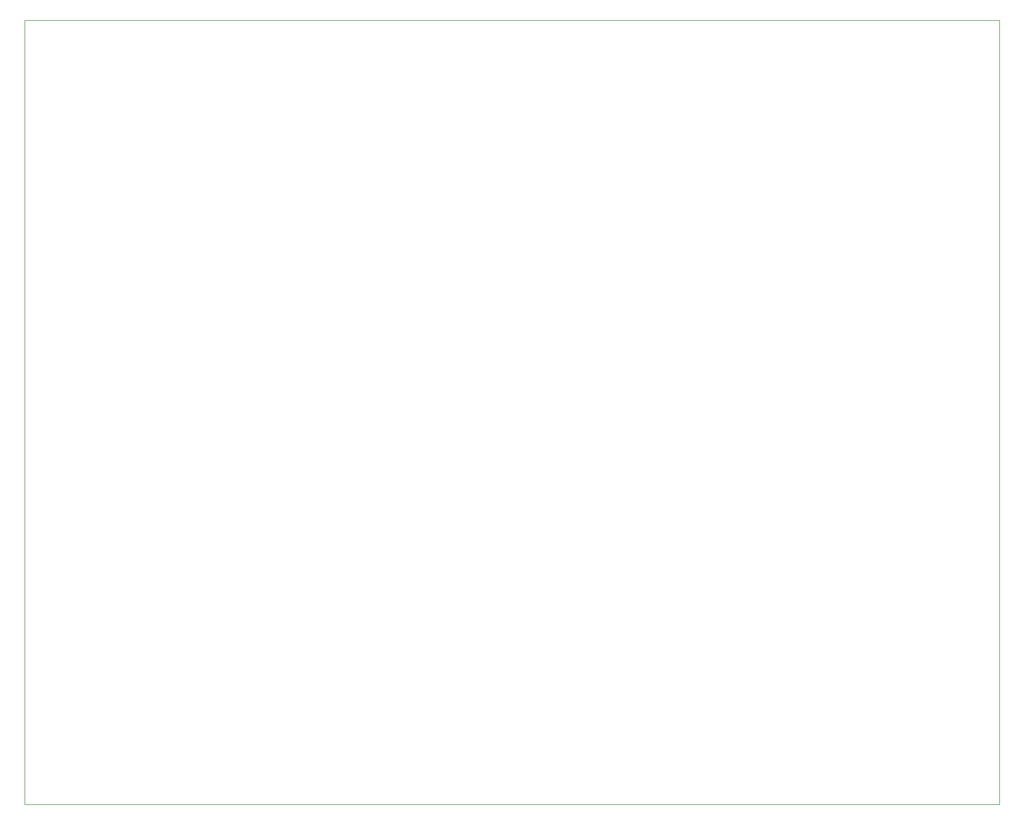
<source format=gko>
G04 Layer_Color=16711935*
%FSLAX25Y25*%
%MOIN*%
G70*
G01*
G75*
%ADD10C,0.00394*%
D10*
X0Y0D02*
Y477953D01*
X594095D01*
Y0D02*
Y477953D01*
X0Y0D02*
X594095D01*
M02*

</source>
